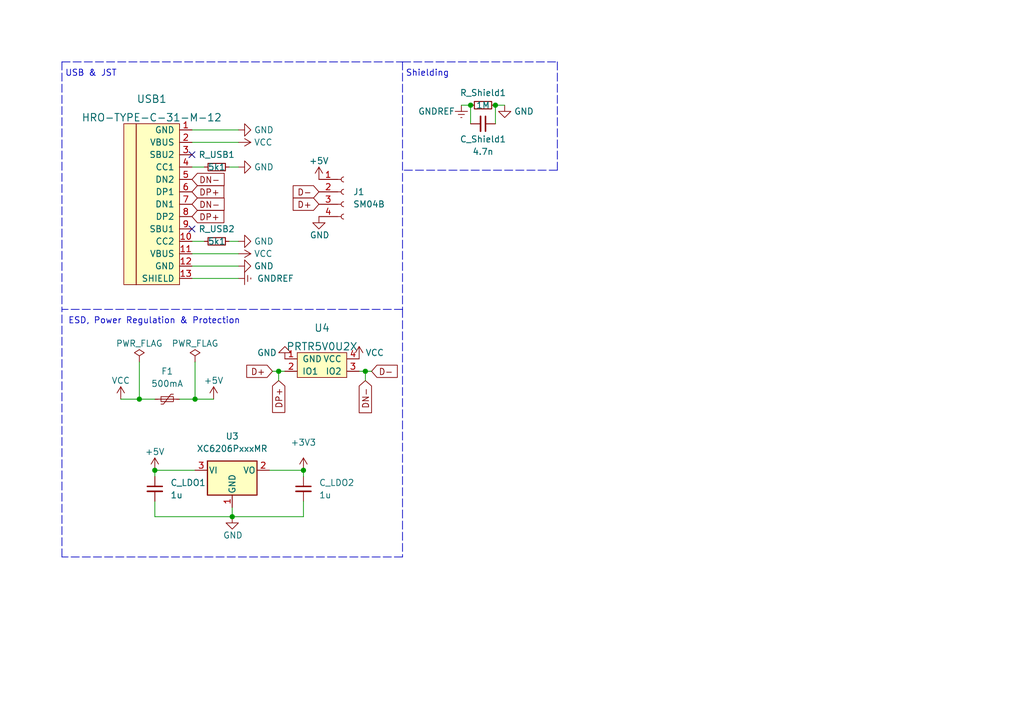
<source format=kicad_sch>
(kicad_sch (version 20211123) (generator eeschema)
  (paper "A5")
  (lib_symbols
    (symbol "Connector:Conn_01x04_Female" (pin_names (offset 1.016) hide)
      (property "Reference" "J" (at 0 5.08 0))
      (property "Value" "Conn_01x04_Female" (at 0 -7.62 0))
      (symbol "Conn_01x04_Female_1_1"
        (arc (start 0 -4.572) (mid -0.508 -5.08) (end 0 -5.588) (stroke (width 0.1524)))
        (arc (start 0 -2.032) (mid -0.508 -2.54) (end 0 -3.048) (stroke (width 0.1524)))
        (polyline (pts (xy -1.27 -5.08) (xy -0.508 -5.08)) (stroke (width 0.1524)))
        (polyline (pts (xy -1.27 -2.54) (xy -0.508 -2.54)) (stroke (width 0.1524)))
        (polyline (pts (xy -1.27 0) (xy -0.508 0)) (stroke (width 0.1524)))
        (polyline (pts (xy -1.27 2.54) (xy -0.508 2.54)) (stroke (width 0.1524)))
        (arc (start 0 0.508) (mid -0.508 0) (end 0 -0.508) (stroke (width 0.1524)))
        (arc (start 0 3.048) (mid -0.508 2.54) (end 0 2.032) (stroke (width 0.1524)))
        (pin passive line (at -5.08 2.54 0) (length 3.81) (name "Pin_1") (number "1"))
        (pin passive line (at -5.08 0 0) (length 3.81) (name "Pin_2") (number "2"))
        (pin passive line (at -5.08 -2.54 0) (length 3.81) (name "Pin_3") (number "3"))
        (pin passive line (at -5.08 -5.08 0) (length 3.81) (name "Pin_4") (number "4"))
      )
    )
    (symbol "Device:C_Small" (pin_numbers hide) (pin_names (offset 0.254) hide)
      (property "Reference" "C" (at 0.254 1.778 0))
      (property "Value" "C_Small" (at 0.254 -2.032 0))
      (symbol "C_Small_0_1"
        (polyline (pts (xy -1.524 -0.508) (xy 1.524 -0.508)) (stroke (width 0.3302)))
        (polyline (pts (xy -1.524 0.508) (xy 1.524 0.508)) (stroke (width 0.3048)))
      )
      (symbol "C_Small_1_1"
        (pin passive line (at 0 2.54 270) (length 2.032) (name "~") (number "1"))
        (pin passive line (at 0 -2.54 90) (length 2.032) (name "~") (number "2"))
      )
    )
    (symbol "Device:Polyfuse_Small" (pin_numbers hide) (pin_names (offset 0))
      (property "Reference" "F" (at -1.905 0 90))
      (property "Value" "Polyfuse_Small" (at 1.905 0 90))
      (symbol "Polyfuse_Small_0_1"
        (rectangle (start -0.508 1.27) (end 0.508 -1.27))
        (polyline (pts (xy 0 2.54) (xy 0 -2.54)))
        (polyline (pts (xy -1.016 1.27) (xy -1.016 0.762) (xy 1.016 -0.762) (xy 1.016 -1.27)))
      )
      (symbol "Polyfuse_Small_1_1"
        (pin passive line (at 0 2.54 270) (length 0.635) (name "~") (number "1"))
        (pin passive line (at 0 -2.54 90) (length 0.635) (name "~") (number "2"))
      )
    )
    (symbol "Device:R_Small" (pin_numbers hide) (pin_names (offset 0.254) hide)
      (property "Reference" "R" (at 0.762 0.508 0))
      (property "Value" "R_Small" (at 0.762 -1.016 0))
      (symbol "R_Small_0_1"
        (rectangle (start -0.762 1.778) (end 0.762 -1.778) (stroke (width 0.2032)))
      )
      (symbol "R_Small_1_1"
        (pin passive line (at 0 2.54 270) (length 0.762) (name "~") (number "1"))
        (pin passive line (at 0 -2.54 90) (length 0.762) (name "~") (number "2"))
      )
    )
    (symbol "Regulator_Linear:XC6206PxxxMR" (pin_names (offset 0.254))
      (property "Reference" "U" (at -3.81 3.175 0))
      (property "Value" "XC6206PxxxMR" (at 0 3.175 0))
      (symbol "XC6206PxxxMR_0_1"
        (rectangle (start -5.08 1.905) (end 5.08 -5.08) (stroke (width 0.254)) (fill (type background)))
      )
      (symbol "XC6206PxxxMR_1_1"
        (pin power_in line (at 0 -7.62 90) (length 2.54) (name "GND") (number "1"))
        (pin power_out line (at 7.62 0 180) (length 2.54) (name "VO") (number "2"))
        (pin power_in line (at -7.62 0 0) (length 2.54) (name "VI") (number "3"))
      )
    )
    (symbol "cipulot_parts:HRO-TYPE-C-31-M-12" (pin_names (offset 1.016))
      (property "Reference" "USB" (at -5.08 16.51 0))
      (property "Value" "HRO-TYPE-C-31-M-12" (at -10.16 -1.27 90))
      (symbol "HRO-TYPE-C-31-M-12_0_1"
        (rectangle (start -11.43 15.24) (end -8.89 -17.78) (fill (type background)))
        (rectangle (start 0 -17.78) (end -8.89 15.24) (fill (type background)))
      )
      (symbol "HRO-TYPE-C-31-M-12_1_1"
        (pin input line (at 2.54 13.97 180) (length 2.54) (name "GND") (number "1"))
        (pin input line (at 2.54 -8.89 180) (length 2.54) (name "CC2") (number "10"))
        (pin input line (at 2.54 -11.43 180) (length 2.54) (name "VBUS") (number "11"))
        (pin input line (at 2.54 -13.97 180) (length 2.54) (name "GND") (number "12"))
        (pin input line (at 2.54 -16.51 180) (length 2.54) (name "SHIELD") (number "13"))
        (pin input line (at 2.54 11.43 180) (length 2.54) (name "VBUS") (number "2"))
        (pin input line (at 2.54 8.89 180) (length 2.54) (name "SBU2") (number "3"))
        (pin input line (at 2.54 6.35 180) (length 2.54) (name "CC1") (number "4"))
        (pin input line (at 2.54 3.81 180) (length 2.54) (name "DN2") (number "5"))
        (pin input line (at 2.54 1.27 180) (length 2.54) (name "DP1") (number "6"))
        (pin input line (at 2.54 -1.27 180) (length 2.54) (name "DN1") (number "7"))
        (pin input line (at 2.54 -3.81 180) (length 2.54) (name "DP2") (number "8"))
        (pin input line (at 2.54 -6.35 180) (length 2.54) (name "SBU1") (number "9"))
      )
    )
    (symbol "cipulot_parts:PRTR5V0U2X" (pin_names (offset 1.016))
      (property "Reference" "U" (at 0 3.81 0))
      (property "Value" "PRTR5V0U2X" (at 0 -3.81 0))
      (symbol "PRTR5V0U2X_0_1"
        (rectangle (start -5.08 2.54) (end 5.08 -2.54) (fill (type background)))
      )
      (symbol "PRTR5V0U2X_1_1"
        (pin input line (at -7.62 1.27 0) (length 2.54) (name "GND") (number "1"))
        (pin input line (at -7.62 -1.27 0) (length 2.54) (name "IO1") (number "2"))
        (pin input line (at 7.62 -1.27 180) (length 2.54) (name "IO2") (number "3"))
        (pin input line (at 7.62 1.27 180) (length 2.54) (name "VCC") (number "4"))
      )
    )
    (symbol "power:+3V3" (power) (pin_names (offset 0))
      (property "Value" "+3V3" (at 0 3.556 0))
      (symbol "+3V3_0_1"
        (polyline (pts (xy -0.762 1.27) (xy 0 2.54)))
        (polyline (pts (xy 0 0) (xy 0 2.54)))
        (polyline (pts (xy 0 2.54) (xy 0.762 1.27)))
      )
      (symbol "+3V3_1_1"
        (pin power_in line (at 0 0 90) (length 0) hide (name "+3V3") (number "1"))
      )
    )
    (symbol "power:+5V" (power) (pin_names (offset 0))
      (property "Value" "+5V" (at 0 3.556 0))
      (symbol "+5V_0_1"
        (polyline (pts (xy -0.762 1.27) (xy 0 2.54)))
        (polyline (pts (xy 0 0) (xy 0 2.54)))
        (polyline (pts (xy 0 2.54) (xy 0.762 1.27)))
      )
      (symbol "+5V_1_1"
        (pin power_in line (at 0 0 90) (length 0) hide (name "+5V") (number "1"))
      )
    )
    (symbol "power:GND" (power) (pin_names (offset 0))
      (property "Value" "GND" (at 0 -3.81 0))
      (symbol "GND_0_1"
        (polyline (pts (xy 0 0) (xy 0 -1.27) (xy 1.27 -1.27) (xy 0 -2.54) (xy -1.27 -1.27) (xy 0 -1.27)))
      )
      (symbol "GND_1_1"
        (pin power_in line (at 0 0 270) (length 0) hide (name "GND") (number "1"))
      )
    )
    (symbol "power:GNDREF" (power) (pin_names (offset 0))
      (property "Value" "GNDREF" (at 0 -3.81 0))
      (symbol "GNDREF_0_1"
        (polyline (pts (xy -0.635 -1.905) (xy 0.635 -1.905)))
        (polyline (pts (xy -0.127 -2.54) (xy 0.127 -2.54)))
        (polyline (pts (xy 0 -1.27) (xy 0 0)))
        (polyline (pts (xy 1.27 -1.27) (xy -1.27 -1.27)))
      )
      (symbol "GNDREF_1_1"
        (pin power_in line (at 0 0 270) (length 0) hide (name "GNDREF") (number "1"))
      )
    )
    (symbol "power:PWR_FLAG" (power) (pin_numbers hide) (pin_names (offset 0) hide)
      (property "Value" "PWR_FLAG" (at 0 3.81 0))
      (symbol "PWR_FLAG_0_0"
        (pin power_out line (at 0 0 90) (length 0) (name "pwr") (number "1"))
      )
      (symbol "PWR_FLAG_0_1"
        (polyline (pts (xy 0 0) (xy 0 1.27) (xy -1.016 1.905) (xy 0 2.54) (xy 1.016 1.905) (xy 0 1.27)))
      )
    )
    (symbol "power:VCC" (power) (pin_names (offset 0))
      (property "Value" "VCC" (at 0 3.81 0))
      (symbol "VCC_0_1"
        (polyline (pts (xy -0.762 1.27) (xy 0 2.54)))
        (polyline (pts (xy 0 0) (xy 0 2.54)))
        (polyline (pts (xy 0 2.54) (xy 0.762 1.27)))
      )
      (symbol "VCC_1_1"
        (pin power_in line (at 0 0 90) (length 0) hide (name "VCC") (number "1"))
      )
    )
  )
  (junction (at 96.52 21.59))
  (junction (at 40.005 81.915))
  (junction (at 57.15 76.2))
  (junction (at 62.23 96.52))
  (junction (at 74.93 76.2))
  (junction (at 101.6 21.59))
  (junction (at 47.625 106.045))
  (junction (at 31.75 96.52))
  (junction (at 28.575 81.915))
  (no_connect (at 39.37 46.99))
  (no_connect (at 39.37 31.75))
  (wire (pts (xy 31.75 96.52) (xy 31.75 97.79)))
  (polyline (pts (xy 82.55 12.7) (xy 82.55 63.5)))
  (wire (pts (xy 24.765 81.915) (xy 28.575 81.915)))
  (wire (pts (xy 96.52 21.59) (xy 96.52 25.4)))
  (wire (pts (xy 47.625 104.14) (xy 47.625 106.045)))
  (polyline (pts (xy 12.7 114.3) (xy 12.7 63.5)))
  (wire (pts (xy 31.75 96.52) (xy 40.005 96.52)))
  (polyline (pts (xy 114.3 12.7) (xy 114.3 34.925)))
  (wire (pts (xy 74.93 76.2) (xy 74.93 78.105)))
  (wire (pts (xy 46.99 49.53) (xy 48.895 49.53)))
  (wire (pts (xy 57.15 76.2) (xy 58.42 76.2)))
  (wire (pts (xy 73.66 76.2) (xy 74.93 76.2)))
  (wire (pts (xy 55.245 96.52) (xy 62.23 96.52)))
  (wire (pts (xy 39.37 26.67) (xy 48.895 26.67)))
  (wire (pts (xy 101.6 21.59) (xy 101.6 25.4)))
  (polyline (pts (xy 12.7 12.7) (xy 12.7 63.5)))
  (wire (pts (xy 36.83 81.915) (xy 40.005 81.915)))
  (wire (pts (xy 101.6 21.59) (xy 103.505 21.59)))
  (polyline (pts (xy 82.55 114.3) (xy 12.7 114.3)))
  (wire (pts (xy 28.575 81.915) (xy 31.75 81.915)))
  (wire (pts (xy 31.75 102.87) (xy 31.75 106.045)))
  (wire (pts (xy 39.37 49.53) (xy 41.91 49.53)))
  (wire (pts (xy 40.005 81.915) (xy 43.815 81.915)))
  (wire (pts (xy 39.37 57.15) (xy 48.895 57.15)))
  (wire (pts (xy 46.99 34.29) (xy 48.895 34.29)))
  (wire (pts (xy 39.37 34.29) (xy 41.91 34.29)))
  (wire (pts (xy 62.23 106.045) (xy 62.23 102.87)))
  (wire (pts (xy 39.37 52.07) (xy 48.895 52.07)))
  (polyline (pts (xy 82.55 63.5) (xy 82.55 114.3)))
  (polyline (pts (xy 82.55 63.5) (xy 12.7 63.5)))
  (wire (pts (xy 94.615 21.59) (xy 96.52 21.59)))
  (wire (pts (xy 28.575 74.295) (xy 28.575 81.915)))
  (wire (pts (xy 74.93 76.2) (xy 76.2 76.2)))
  (wire (pts (xy 39.37 29.21) (xy 48.895 29.21)))
  (wire (pts (xy 62.23 96.52) (xy 62.23 97.79)))
  (polyline (pts (xy 114.3 34.925) (xy 82.55 34.925)))
  (polyline (pts (xy 12.7 12.7) (xy 82.55 12.7)))
  (wire (pts (xy 39.37 54.61) (xy 48.895 54.61)))
  (wire (pts (xy 57.15 76.2) (xy 57.15 78.105)))
  (polyline (pts (xy 82.55 12.7) (xy 114.3 12.7)))
  (wire (pts (xy 31.75 106.045) (xy 47.625 106.045)))
  (wire (pts (xy 47.625 106.045) (xy 62.23 106.045)))
  (wire (pts (xy 55.88 76.2) (xy 57.15 76.2)))
  (wire (pts (xy 40.005 74.295) (xy 40.005 81.915)))
  (text "Shielding\n" (at 83.185 15.875 0) (effects (font (size 1.27 1.27)) (justify left bottom)))
  (text "ESD, Power Regulation & Protection" (at 13.97 66.675 0) (effects (font (size 1.27 1.27)) (justify left bottom)))
  (text "USB & JST\n" (at 13.335 15.875 0) (effects (font (size 1.27 1.27)) (justify left bottom)))
  (global_label "D-" (shape input) (at 76.2 76.2 0) (property "Intersheet References" "${INTERSHEET_REFS}" (effects hide)))
  (global_label "D+" (shape input) (at 55.88 76.2 180) (property "Intersheet References" "${INTERSHEET_REFS}" (effects hide)))
  (global_label "D+" (shape input) (at 65.405 41.91 180) (property "Intersheet References" "${INTERSHEET_REFS}" (effects hide)))
  (global_label "DN-" (shape input) (at 39.37 41.91 0) (property "Intersheet References" "${INTERSHEET_REFS}" (effects hide)))
  (global_label "D-" (shape input) (at 65.405 39.37 180) (property "Intersheet References" "${INTERSHEET_REFS}" (effects hide)))
  (global_label "DP+" (shape input) (at 39.37 39.37 0) (property "Intersheet References" "${INTERSHEET_REFS}" (effects hide)))
  (global_label "DP+" (shape input) (at 57.15 78.105 270) (property "Intersheet References" "${INTERSHEET_REFS}" (effects hide)))
  (global_label "DN-" (shape input) (at 74.93 78.105 270) (property "Intersheet References" "${INTERSHEET_REFS}" (effects hide)))
  (global_label "DP+" (shape input) (at 39.37 44.45 0) (property "Intersheet References" "${INTERSHEET_REFS}" (effects hide)))
  (global_label "DN-" (shape input) (at 39.37 36.83 0) (property "Intersheet References" "${INTERSHEET_REFS}" (effects hide)))
  (symbol (lib_id "Device:R_Small") (at 44.45 49.53 90) (unit 1)
    (property "Reference" "R_USB2" (at 44.45 46.99 90))
    (property "Value" "5k1" (at 44.45 49.53 90))
    (property "Footprint" "Resistor_SMD:R_0402_1005Metric" (effects hide))
  )
  (symbol (lib_id "power:PWR_FLAG") (at 28.575 74.295 0) (unit 1)
    (property "Reference" "#FLG0102" (effects hide))
    (property "Value" "PWR_FLAG" (at 28.575 70.485 0))
  )
  (symbol (lib_id "power:PWR_FLAG") (at 40.005 74.295 0) (unit 1)
    (property "Reference" "#FLG0101" (effects hide))
    (property "Value" "PWR_FLAG" (at 40.005 70.485 0))
  )
  (symbol (lib_id "power:GND") (at 48.895 54.61 90) (unit 1)
    (property "Reference" "#PWR0129" (effects hide))
    (property "Value" "GND" (at 52.07 54.6099 90) (effects (justify right)))
  )
  (symbol (lib_id "Device:Polyfuse_Small") (at 34.29 81.915 90) (unit 1)
    (property "Reference" "F1" (at 34.29 76.2 90))
    (property "Value" "500mA" (at 34.29 78.74 90))
    (property "Footprint" "Fuse:Fuse_0805_2012Metric" (effects hide))
  )
  (symbol (lib_id "power:GNDREF") (at 94.615 21.59 0) (unit 1)
    (property "Reference" "#PWR0132" (effects hide))
    (property "Value" "GNDREF" (at 85.725 22.86 0) (effects (justify left)))
  )
  (symbol (lib_id "power:GND") (at 58.42 73.66 180) (unit 1)
    (property "Reference" "#PWR0119" (effects hide))
    (property "Value" "GND" (at 52.705 72.39 0) (effects (justify right)))
  )
  (symbol (lib_id "power:GND") (at 65.405 44.45 0) (unit 1)
    (property "Reference" "#PWR0128" (effects hide))
    (property "Value" "GND" (at 63.5 48.26 0) (effects (justify left)))
  )
  (symbol (lib_id "Device:R_Small") (at 44.45 34.29 90) (unit 1)
    (property "Reference" "R_USB1" (at 44.45 31.75 90))
    (property "Value" "5k1" (at 44.45 34.29 90))
    (property "Footprint" "Resistor_SMD:R_0402_1005Metric" (effects hide))
  )
  (symbol (lib_id "power:GNDREF") (at 48.895 57.15 90) (unit 1)
    (property "Reference" "#PWR0126" (effects hide))
    (property "Value" "GNDREF" (at 52.705 57.1499 90) (effects (justify right)))
  )
  (symbol (lib_id "power:GND") (at 48.895 49.53 90) (unit 1)
    (property "Reference" "#PWR0127" (effects hide))
    (property "Value" "GND" (at 52.07 49.5299 90) (effects (justify right)))
  )
  (symbol (lib_id "power:+5V") (at 43.815 81.915 0) (unit 1)
    (property "Reference" "#PWR0120" (effects hide))
    (property "Value" "+5V" (at 43.815 78.105 0))
  )
  (symbol (lib_id "Connector:Conn_01x04_Female") (at 70.485 39.37 0) (unit 1)
    (property "Reference" "J1" (at 72.39 39.3699 0) (effects (justify left)))
    (property "Value" "SM04B" (at 72.39 41.9099 0) (effects (justify left)))
    (property "Footprint" "Connector_JST:JST_SH_SM04B-SRSS-TB_1x04-1MP_P1.00mm_Horizontal" (effects hide))
  )
  (symbol (lib_id "power:+5V") (at 65.405 36.83 0) (unit 1)
    (property "Reference" "#PWR0136" (effects hide))
    (property "Value" "+5V" (at 65.405 33.02 0))
  )
  (symbol (lib_id "power:VCC") (at 73.66 73.66 0) (unit 1)
    (property "Reference" "#PWR0124" (effects hide))
    (property "Value" "VCC" (at 74.93 72.39 0) (effects (justify left)))
  )
  (symbol (lib_id "power:VCC") (at 48.895 29.21 270) (unit 1)
    (property "Reference" "#PWR0134" (effects hide))
    (property "Value" "VCC" (at 52.07 29.2099 90) (effects (justify left)))
  )
  (symbol (lib_id "power:+5V") (at 31.75 96.52 0) (unit 1)
    (property "Reference" "#PWR0123" (effects hide))
    (property "Value" "+5V" (at 31.75 92.71 0))
  )
  (symbol (lib_id "Device:C_Small") (at 99.06 25.4 270) (unit 1)
    (property "Reference" "C_Shield1" (at 99.06 28.575 90))
    (property "Value" "4.7n" (at 99.06 31.115 90))
    (property "Footprint" "Capacitor_SMD:C_0402_1005Metric" (effects hide))
  )
  (symbol (lib_id "power:GND") (at 48.895 34.29 90) (unit 1)
    (property "Reference" "#PWR0133" (effects hide))
    (property "Value" "GND" (at 52.07 34.2899 90) (effects (justify right)))
  )
  (symbol (lib_id "power:GND") (at 47.625 106.045 0) (unit 1)
    (property "Reference" "#PWR0121" (effects hide))
    (property "Value" "GND" (at 45.72 109.855 0) (effects (justify left)))
  )
  (symbol (lib_id "power:VCC") (at 48.895 52.07 270) (unit 1)
    (property "Reference" "#PWR0130" (effects hide))
    (property "Value" "VCC" (at 52.07 52.0699 90) (effects (justify left)))
  )
  (symbol (lib_id "power:GND") (at 48.895 26.67 90) (unit 1)
    (property "Reference" "#PWR0135" (effects hide))
    (property "Value" "GND" (at 52.07 26.6699 90) (effects (justify right)))
  )
  (symbol (lib_id "Regulator_Linear:XC6206PxxxMR") (at 47.625 96.52 0) (unit 1)
    (property "Reference" "U3" (at 47.625 89.535 0))
    (property "Value" "XC6206PxxxMR" (at 47.625 92.075 0))
    (property "Footprint" "Package_TO_SOT_SMD:SOT-23" (effects hide))
    (property "Datasheet" "https://www.torexsemi.com/file/xc6206/XC6206.pdf" (effects hide))
  )
  (symbol (lib_id "Device:C_Small") (at 31.75 100.33 0) (unit 1)
    (property "Reference" "C_LDO1" (at 34.925 99.0662 0) (effects (justify left)))
    (property "Value" "1u" (at 34.925 101.6062 0) (effects (justify left)))
    (property "Footprint" "Capacitor_SMD:C_0402_1005Metric" (effects hide))
  )
  (symbol (lib_id "power:GND") (at 103.505 21.59 0) (unit 1)
    (property "Reference" "#PWR0131" (effects hide))
    (property "Value" "GND" (at 105.41 22.8599 0) (effects (justify left)))
  )
  (symbol (lib_id "power:VCC") (at 24.765 81.915 0) (unit 1)
    (property "Reference" "#PWR0122" (effects hide))
    (property "Value" "VCC" (at 24.765 78.105 0))
  )
  (symbol (lib_id "Device:R_Small") (at 99.06 21.59 90) (unit 1)
    (property "Reference" "R_Shield1" (at 99.06 19.05 90))
    (property "Value" "1M" (at 99.06 21.59 90))
    (property "Footprint" "Resistor_SMD:R_0402_1005Metric" (effects hide))
  )
  (symbol (lib_id "Device:C_Small") (at 62.23 100.33 0) (unit 1)
    (property "Reference" "C_LDO2" (at 65.405 99.0662 0) (effects (justify left)))
    (property "Value" "1u" (at 65.405 101.6062 0) (effects (justify left)))
    (property "Footprint" "Capacitor_SMD:C_0402_1005Metric" (effects hide))
  )
  (symbol (lib_id "power:+3V3") (at 62.23 96.52 0) (unit 1)
    (property "Reference" "#PWR0125" (effects hide))
    (property "Value" "+3V3" (at 62.23 90.805 0))
  )
  (symbol (lib_id "cipulot_parts:HRO-TYPE-C-31-M-12") (at 36.83 40.64 0) (unit 1)
    (property "Reference" "USB1" (at 31.115 20.32 0) (effects (font (size 1.524 1.524))))
    (property "Value" "HRO-TYPE-C-31-M-12" (at 31.115 24.13 0) (effects (font (size 1.524 1.524))))
    (property "Footprint" "cipulot_parts:HRO-TYPE-C-31-M-12-Assembly" (effects hide))
  )
  (symbol (lib_id "cipulot_parts:PRTR5V0U2X") (at 66.04 74.93 0) (unit 1)
    (property "Reference" "U4" (at 66.04 67.31 0) (effects (font (size 1.524 1.524))))
    (property "Value" "PRTR5V0U2X" (at 66.04 71.12 0) (effects (font (size 1.524 1.524))))
    (property "Footprint" "random-keyboard-parts:SOT143B" (effects hide))
  )
)
</source>
